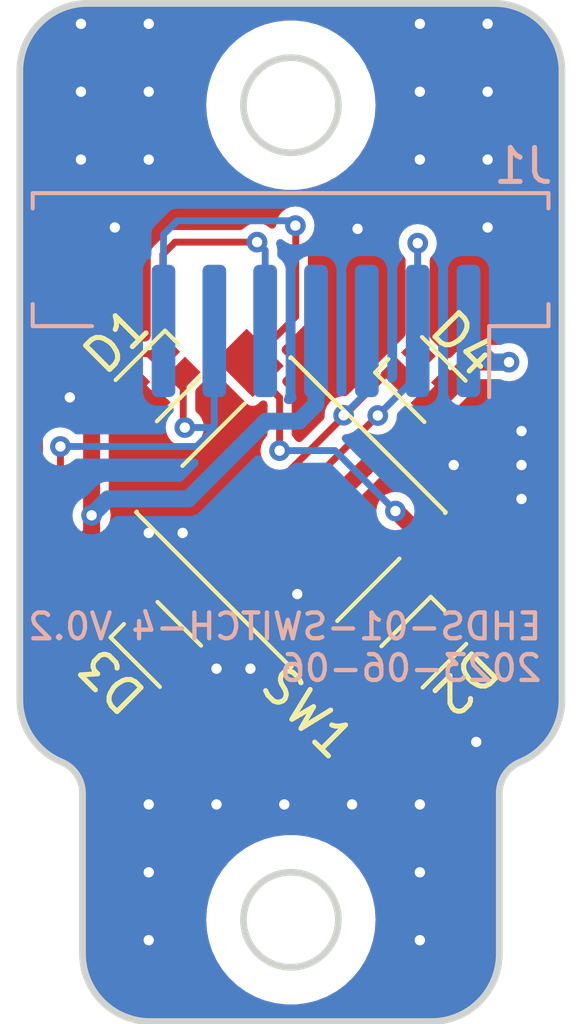
<source format=kicad_pcb>
(kicad_pcb (version 20221018) (generator pcbnew)
  (title_block (title "EHDS-01 Switch-4") (date "2024-01-18") (rev "V0.2") (company "Timye") (comment 1 "EHDS-01 Switch-4副板，V0.2，16x30x1.2mm ，FR4，2层，绿油白字，无铅喷锡"))
  (layers (0 "F.Cu" signal) (31 "B.Cu" signal) (34 "B.Paste" user) (35 "F.Paste" user) (36 "B.SilkS" user "B.Silkscreen") (37 "F.SilkS" user "F.Silkscreen") (38 "B.Mask" user) (39 "F.Mask" user) (44 "Edge.Cuts" user))
  (net 0 "")
  (net 1 "GND")
  (net 2 "/CHG_ON_LED")
  (net 3 "/CHG_DONE_LED")
  (net 4 "+3V3")
  (net 5 "/LED_BLUE")
  (net 6 "/LED_RED")
  (net 7 "/IR_OUT")
  (net 8 "VPP")
  (footprint "Ovo_LED_SMD:LED_Dual_1.6x1.5mm" (layer "F.Cu") (at 248.099 57.48 135)
    (fp_text reference "D4" (at -0.091217 1.593112 315 unlocked) (layer "F.SilkS"))
    (fp_text value "LED_Dual_Orange_Green_AKAK")
    (fp_line (start -0.91 -0.86) (end 1.15 -0.86) (stroke (width 0.12)) (layer "F.SilkS"))
    (fp_line (start -0.91 0.86) (end 0.91 0.86) (stroke (width 0.12)) (layer "F.SilkS"))
    (fp_line (start 1.15 -0.86) (end 1.15 -0.3) (stroke (width 0.12)) (layer "F.SilkS"))
    (pad "1" smd rect (at -0.625 0.425 135) (size 0.8 0.65) (layers "F.Cu" "F.Paste" "F.Mask") (net 8 "VPP"))
    (pad "2" smd rect (at 0.625 0.425 135) (size 0.8 0.65) (layers "F.Cu" "F.Paste" "F.Mask") (net 2 "/CHG_ON_LED"))
    (pad "3" smd rect (at -0.625 -0.425 135) (size 0.8 0.65) (layers "F.Cu" "F.Paste" "F.Mask") (net 8 "VPP"))
    (pad "4" smd rect (at 0.625 -0.425 135) (size 0.8 0.65) (layers "F.Cu" "F.Paste" "F.Mask") (net 3 "/CHG_DONE_LED"))
  )
  (footprint "Ovo_LED_SMD:LED_Dual_1.6x1.5mm" (layer "F.Cu") (at 240.293 65.285 135)
    (fp_text reference "D3" (at 0.209304 -1.721098 135 unlocked) (layer "F.SilkS"))
    (fp_text value "LED_Dual_Orange_Green_AKAK")
    (fp_line (start -0.91 -0.86) (end 1.15 -0.86) (stroke (width 0.12)) (layer "F.SilkS"))
    (fp_line (start -0.91 0.86) (end 0.91 0.86) (stroke (width 0.12)) (layer "F.SilkS"))
    (fp_line (start 1.15 -0.86) (end 1.15 -0.3) (stroke (width 0.12)) (layer "F.SilkS"))
    (pad "1" smd rect (at -0.625 0.425 135) (size 0.8 0.65) (layers "F.Cu" "F.Paste" "F.Mask") (net 8 "VPP"))
    (pad "2" smd rect (at 0.625 0.425 135) (size 0.8 0.65) (layers "F.Cu" "F.Paste" "F.Mask") (net 2 "/CHG_ON_LED"))
    (pad "3" smd rect (at -0.625 -0.425 135) (size 0.8 0.65) (layers "F.Cu" "F.Paste" "F.Mask") (net 8 "VPP"))
    (pad "4" smd rect (at 0.625 -0.425 135) (size 0.8 0.65) (layers "F.Cu" "F.Paste" "F.Mask") (net 3 "/CHG_DONE_LED"))
  )
  (footprint "Ovo_LED_SMD:LED_Dual_1.6x1.5mm" (layer "F.Cu") (at 240.274 57.46 45)
    (fp_text reference "D1" (at -0.077782 -1.661701 45 unlocked) (layer "F.SilkS"))
    (fp_text value "LED_Dual_Red_Blue_AKAK")
    (fp_line (start -0.91 -0.86) (end 1.15 -0.86) (stroke (width 0.12)) (layer "F.SilkS"))
    (fp_line (start -0.91 0.86) (end 0.91 0.86) (stroke (width 0.12)) (layer "F.SilkS"))
    (fp_line (start 1.15 -0.86) (end 1.15 -0.3) (stroke (width 0.12)) (layer "F.SilkS"))
    (pad "1" smd rect (at -0.625 0.425 45) (size 0.8 0.65) (layers "F.Cu" "F.Paste" "F.Mask") (net 4 "+3V3"))
    (pad "2" smd rect (at 0.625 0.425 45) (size 0.8 0.65) (layers "F.Cu" "F.Paste" "F.Mask") (net 6 "/LED_RED"))
    (pad "3" smd rect (at -0.625 -0.425 45) (size 0.8 0.65) (layers "F.Cu" "F.Paste" "F.Mask") (net 4 "+3V3"))
    (pad "4" smd rect (at 0.625 -0.425 45) (size 0.8 0.65) (layers "F.Cu" "F.Paste" "F.Mask") (net 5 "/LED_BLUE"))
  )
  (footprint "Ovo_LED_SMD:LED_Dual_1.6x1.5mm" (layer "F.Cu") (at 248.118 65.304 45)
    (fp_text reference "D2" (at 0.072125 1.639074 225 unlocked) (layer "F.SilkS"))
    (fp_text value "LED_Dual_Red_Blue_AKAK")
    (fp_line (start -0.91 -0.86) (end 1.15 -0.86) (stroke (width 0.12)) (layer "F.SilkS"))
    (fp_line (start -0.91 0.86) (end 0.91 0.86) (stroke (width 0.12)) (layer "F.SilkS"))
    (fp_line (start 1.15 -0.86) (end 1.15 -0.3) (stroke (width 0.12)) (layer "F.SilkS"))
    (pad "1" smd rect (at -0.625 0.425 45) (size 0.8 0.65) (layers "F.Cu" "F.Paste" "F.Mask") (net 4 "+3V3"))
    (pad "2" smd rect (at 0.625 0.425 45) (size 0.8 0.65) (layers "F.Cu" "F.Paste" "F.Mask") (net 6 "/LED_RED"))
    (pad "3" smd rect (at -0.625 -0.425 45) (size 0.8 0.65) (layers "F.Cu" "F.Paste" "F.Mask") (net 4 "+3V3"))
    (pad "4" smd rect (at 0.625 -0.425 45) (size 0.8 0.65) (layers "F.Cu" "F.Paste" "F.Mask") (net 5 "/LED_BLUE"))
  )
  (footprint "Button_Switch_SMD:SW_Push_1P1T_NO_6x6mm_H9.5mm" (layer "F.Cu") (at 244.1956 61.3918 135)
    (fp_text reference "SW1" (at -4.522372 -3.837327 315) (layer "F.SilkS"))
    (fp_text value "6x6x5mm")
    (fp_line (start -3.23 -3.23) (end 3.23 -3.23) (stroke (width 0.12)) (layer "F.SilkS"))
    (fp_line (start -3.23 -3.2) (end -3.23 -3.23) (stroke (width 0.12)) (layer "F.SilkS"))
    (fp_line (start -3.23 -1.3) (end -3.23 1.3) (stroke (width 0.12)) (layer "F.SilkS"))
    (fp_line (start -3.23 3.23) (end -3.23 3.2) (stroke (width 0.12)) (layer "F.SilkS"))
    (fp_line (start -3.23 3.23) (end 3.23 3.23) (stroke (width 0.12)) (layer "F.SilkS"))
    (fp_line (start 3.23 -3.23) (end 3.23 -3.2) (stroke (width 0.12)) (layer "F.SilkS"))
    (fp_line (start 3.23 -1.3) (end 3.23 1.3) (stroke (width 0.12)) (layer "F.SilkS"))
    (fp_line (start 3.23 3.23) (end 3.23 3.2) (stroke (width 0.12)) (layer "F.SilkS"))
    (pad "1" smd rect (at -3.975 -2.25 135) (size 1.55 1.3) (layers "F.Cu" "F.Paste" "F.Mask") (net 1 "GND"))
    (pad "1" smd rect (at 3.975 -2.25 135) (size 1.55 1.3) (layers "F.Cu" "F.Paste" "F.Mask") (net 1 "GND"))
    (pad "2" smd rect (at -3.975 2.25 135) (size 1.55 1.3) (layers "F.Cu" "F.Paste" "F.Mask") (net 7 "/IR_OUT"))
    (pad "2" smd rect (at 3.975 2.25 135) (size 1.55 1.3) (layers "F.Cu" "F.Paste" "F.Mask") (net 7 "/IR_OUT"))
  )
  (footprint "Ovo_Connector_JST:JST_ZH_B8B-ZR-SM4-TF_1x08-1MP_P1.50mm_Vertical" (layer "B.Cu") (at 244.1854 55.348 180)
    (fp_text reference "J1" (at -6.8666 4.16) (layer "B.SilkS") (effects (justify mirror)))
    (fp_text value "ZH1.5MM/8ASMT")
    (fp_line (start -7.61 -0.56) (end -5.86 -0.56) (stroke (width 0.12)) (layer "B.SilkS"))
    (fp_line (start -7.61 0.09) (end -7.61 -0.56) (stroke (width 0.12)) (layer "B.SilkS"))
    (fp_line (start -7.61 2.91) (end -7.61 3.36) (stroke (width 0.12)) (layer "B.SilkS"))
    (fp_line (start -7.61 3.36) (end 7.61 3.36) (stroke (width 0.12)) (layer "B.SilkS"))
    (fp_line (start -5.86 -0.56) (end -5.86 -2.65) (stroke (width 0.12)) (layer "B.SilkS"))
    (fp_line (start 7.61 -0.56) (end 5.86 -0.56) (stroke (width 0.12)) (layer "B.SilkS"))
    (fp_line (start 7.61 0.09) (end 7.61 -0.56) (stroke (width 0.12)) (layer "B.SilkS"))
    (fp_line (start 7.61 3.36) (end 7.61 2.91) (stroke (width 0.12)) (layer "B.SilkS"))
    (pad "1" smd roundrect (at -5.25 -0.7 180) (size 0.7 3.9) (layers "B.Cu" "B.Paste" "B.Mask") (net 8 "VPP"))
    (pad "2" smd roundrect (at -3.75 -0.7 180) (size 0.7 3.9) (layers "B.Cu" "B.Paste" "B.Mask") (net 2 "/CHG_ON_LED"))
    (pad "3" smd roundrect (at -2.25 -0.7 180) (size 0.7 3.9) (layers "B.Cu" "B.Paste" "B.Mask") (net 3 "/CHG_DONE_LED"))
    (pad "4" smd roundrect (at -0.75 -0.7 180) (size 0.7 3.9) (layers "B.Cu" "B.Paste" "B.Mask") (net 4 "+3V3"))
    (pad "5" smd roundrect (at 0.75 -0.7 180) (size 0.7 3.9) (layers "B.Cu" "B.Paste" "B.Mask") (net 5 "/LED_BLUE"))
    (pad "6" smd roundrect (at 2.25 -0.7 180) (size 0.7 3.9) (layers "B.Cu" "B.Paste" "B.Mask") (net 6 "/LED_RED"))
    (pad "7" smd roundrect (at 3.75 -0.7 180) (size 0.7 3.9) (layers "B.Cu" "B.Paste" "B.Mask") (net 7 "/IR_OUT"))
    (pad "8" smd roundrect (at 5.25 -0.7 180) (size 0.7 3.9) (layers "B.Cu" "B.Paste" "B.Mask") (net 1 "GND"))
    (pad "MP" smd roundrect (at -7.3 1.5 180) (size 1.5 2.3) (layers "B.Cu" "B.Paste" "B.Mask") (roundrect_rratio 0.1666673333) (net 1 "GND"))
    (pad "MP" smd roundrect (at 7.3 1.5 180) (size 1.5 2.3) (layers "B.Cu" "B.Paste" "B.Mask") (roundrect_rratio 0.1666673333) (net 1 "GND"))
  )
  (gr_arc (start 252.1946 66.9036) (mid 251.857917 68.014142) (end 250.961266 68.750821) (stroke (width 0.2)) (layer "Edge.Cuts"))
  (gr_arc (start 250.3446 74.397968) (mid 249.758814 75.812181) (end 248.3446 76.397968) (stroke (width 0.2)) (layer "Edge.Cuts"))
  (gr_line (start 236.1946 66.9036) (end 236.1946 48.397968) (stroke (width 0.2)) (layer "Edge.Cuts"))
  (gr_arc (start 240.0446 76.397968) (mid 238.630387 75.812181) (end 238.0446 74.397968) (stroke (width 0.2)) (layer "Edge.Cuts"))
  (gr_arc (start 236.1946 48.397968) (mid 236.780386 46.983754) (end 238.1946 46.397968) (stroke (width 0.2)) (layer "Edge.Cuts"))
  (gr_line (start 250.3446 74.397968) (end 250.3446 69.674431) (stroke (width 0.2)) (layer "Edge.Cuts"))
  (gr_arc (start 237.427933 68.750821) (mid 237.876264 69.119153) (end 238.0446 69.674431) (stroke (width 0.2)) (layer "Edge.Cuts"))
  (gr_line (start 238.0446 74.397968) (end 238.0446 69.674431) (stroke (width 0.2)) (layer "Edge.Cuts"))
  (gr_line (start 240.0446 76.397968) (end 248.3446 76.397968) (stroke (width 0.2)) (layer "Edge.Cuts"))
  (gr_circle (center 244.1946 73.397968) (end 245.5946 73.397968) (stroke (width 0.2)) (fill none) (layer "Edge.Cuts"))
  (gr_arc (start 250.3446 69.674431) (mid 250.512949 69.119169) (end 250.961266 68.750821) (stroke (width 0.2)) (layer "Edge.Cuts"))
  (gr_line (start 252.1946 48.397968) (end 252.1946 66.9036) (stroke (width 0.2)) (layer "Edge.Cuts"))
  (gr_arc (start 237.427933 68.750821) (mid 236.53127 68.014156) (end 236.1946 66.9036) (stroke (width 0.2)) (layer "Edge.Cuts"))
  (gr_line (start 250.1946 46.397968) (end 238.1946 46.397968) (stroke (width 0.2)) (layer "Edge.Cuts"))
  (gr_arc (start 250.1946 46.397968) (mid 251.608814 46.983754) (end 252.1946 48.397968) (stroke (width 0.2)) (layer "Edge.Cuts"))
  (gr_circle (center 244.1946 49.397968) (end 245.5946 49.397968) (stroke (width 0.2)) (fill none) (layer "Edge.Cuts"))
  (gr_text "EHDS-01-SWITCH-4 V0.2\n2023-06-06\n\n\n" (at 251.6632 66.5988) (layer "B.SilkS") (effects (font (size 0.762 0.762) (thickness 0.127)) (justify left mirror)))
  (via (at 240 62) (size 0.6096) (drill 0.3048) (layers "F.Cu" "B.Cu") (net 1))
  (via (at 250 47) (size 0.6096) (drill 0.3048) (layers "F.Cu" "B.Cu") (net 1))
  (via (at 240 72) (size 0.6096) (drill 0.3048) (layers "F.Cu" "B.Cu") (net 1))
  (via (at 240 74) (size 0.6096) (drill 0.3048) (layers "F.Cu" "B.Cu") (net 1))
  (via (at 243 66) (size 0.6096) (drill 0.3048) (layers "F.Cu" "B.Cu") (net 1))
  (via (at 244.384 63.802) (size 0.6096) (drill 0.3048) (layers "F.Cu" "B.Cu") (net 1))
  (via (at 238 49) (size 0.6096) (drill 0.3048) (layers "F.Cu" "B.Cu") (net 1))
  (via (at 246 70) (size 0.6096) (drill 0.3048) (layers "F.Cu" "B.Cu") (net 1))
  (via (at 246.163 53.041) (size 0.6096) (drill 0.3048) (layers "F.Cu" "B.Cu") (net 1))
  (via (at 242 66) (size 0.6096) (drill 0.3048) (layers "F.Cu" "B.Cu") (net 1))
  (via (at 237.671 58.007) (size 0.6096) (drill 0.3048) (layers "F.Cu" "B.Cu") (net 1))
  (via (at 249 60) (size 0.6096) (drill 0.3048) (layers "F.Cu" "B.Cu") (net 1))
  (via (at 250 53) (size 0.6096) (drill 0.3048) (layers "F.Cu" "B.Cu") (net 1))
  (via (at 240 49) (size 0.6096) (drill 0.3048) (layers "F.Cu" "B.Cu") (net 1))
  (via (at 250 49) (size 0.6096) (drill 0.3048) (layers "F.Cu" "B.Cu") (net 1))
  (via (at 240 70) (size 0.6096) (drill 0.3048) (layers "F.Cu" "B.Cu") (net 1))
  (via (at 248 74) (size 0.6096) (drill 0.3048) (layers "F.Cu" "B.Cu") (net 1))
  (via (at 240 47) (size 0.6096) (drill 0.3048) (layers "F.Cu" "B.Cu") (net 1))
  (via (at 242 70) (size 0.6096) (drill 0.3048) (layers "F.Cu" "B.Cu") (net 1))
  (via (at 249.665 68.158) (size 0.6096) (drill 0.3048) (layers "F.Cu" "B.Cu") (net 1))
  (via (at 251 59) (size 0.6096) (drill 0.3048) (layers "F.Cu" "B.Cu") (net 1))
  (via (at 240 51) (size 0.6096) (drill 0.3048) (layers "F.Cu" "B.Cu") (net 1))
  (via (at 251 61) (size 0.6096) (drill 0.3048) (layers "F.Cu" "B.Cu") (net 1))
  (via (at 238 51) (size 0.6096) (drill 0.3048) (layers "F.Cu" "B.Cu") (net 1))
  (via (at 250 51) (size 0.6096) (drill 0.3048) (layers "F.Cu" "B.Cu") (net 1))
  (via (at 238 47) (size 0.6096) (drill 0.3048) (layers "F.Cu" "B.Cu") (net 1))
  (via (at 248 70) (size 0.6096) (drill 0.3048) (layers "F.Cu" "B.Cu") (net 1))
  (via (at 248 51) (size 0.6096) (drill 0.3048) (layers "F.Cu" "B.Cu") (net 1))
  (via (at 251 60) (size 0.6096) (drill 0.3048) (layers "F.Cu" "B.Cu") (net 1))
  (via (at 241 62) (size 0.6096) (drill 0.3048) (layers "F.Cu" "B.Cu") (net 1))
  (via (at 239 53) (size 0.6096) (drill 0.3048) (layers "F.Cu" "B.Cu") (net 1))
  (via (at 248 72) (size 0.6096) (drill 0.3048) (layers "F.Cu" "B.Cu") (net 1))
  (via (at 248 49) (size 0.6096) (drill 0.3048) (layers "F.Cu" "B.Cu") (net 1))
  (via (at 244 70) (size 0.6096) (drill 0.3048) (layers "F.Cu" "B.Cu") (net 1))
  (via (at 248 47) (size 0.6096) (drill 0.3048) (layers "F.Cu" "B.Cu") (net 1))
  (segment (start 240.757462 64.542538) (end 246.759 58.541) (width 0.2032) (layer "F.Cu") (net 2))
  (segment (start 247.934 56.735117) (end 247.934 53.444) (width 0.2032) (layer "F.Cu") (net 2))
  (segment (start 240.151579 64.542538) (end 240.757462 64.542538) (width 0.2032) (layer "F.Cu") (net 2))
  (via (at 246.759 58.541) (size 0.6096) (drill 0.3048) (layers "F.Cu" "B.Cu") (net 2))
  (via (at 247.937 53.463) (size 0.6096) (drill 0.3048) (layers "F.Cu" "B.Cu") (net 2))
  (segment (start 247.9354 56.048) (end 247.9354 57.3646) (width 0.2032) (layer "B.Cu") (net 2))
  (segment (start 247.9354 56.048) (end 247.9354 53.4646) (width 0.2032) (layer "B.Cu") (net 2))
  (segment (start 247.9354 57.3646) (end 246.759 58.541) (width 0.2032) (layer "B.Cu") (net 2))
  (segment (start 239.006 64) (end 240.006 63) (width 0.2032) (layer "F.Cu") (net 3))
  (segment (start 240.006 63) (end 241.319 63) (width 0.2032) (layer "F.Cu") (net 3))
  (segment (start 245.823 58.487) (end 246.971421 57.338579) (width 0.2032) (layer "F.Cu") (net 3))
  (segment (start 239.550538 65.143579) (end 239.445579 65.143579) (width 0.2032) (layer "F.Cu") (net 3))
  (segment (start 239.006 64.704) (end 239.006 64) (width 0.2032) (layer "F.Cu") (net 3))
  (segment (start 239.445579 65.143579) (end 239.006 64.704) (width 0.2032) (layer "F.Cu") (net 3))
  (segment (start 241.319 63) (end 245.697 58.622) (width 0.2032) (layer "F.Cu") (net 3))
  (via (at 245.751 58.534) (size 0.6096) (drill 0.3048) (layers "F.Cu" "B.Cu") (net 3))
  (segment (start 245.751 58.534) (end 246.4354 57.8496) (width 0.2032) (layer "B.Cu") (net 3))
  (segment (start 246.4354 57.8496) (end 246.4354 56.048) (width 0.2032) (layer "B.Cu") (net 3))
  (segment (start 237.983 66.305) (end 239.261 67.583) (width 0.5) (layer "F.Cu") (net 4))
  (segment (start 247.375538 65.445421) (end 247.976579 66.046462) (width 0.5) (layer "F.Cu") (net 4))
  (segment (start 238.314 61.482) (end 238.314 62.018) (width 0.5) (layer "F.Cu") (net 4))
  (segment (start 238.314 61.48) (end 238.313 61.481) (width 0.5) (layer "F.Cu") (net 4))
  (segment (start 238.313 61.481) (end 238.314 61.482) (width 0.5) (layer "F.Cu") (net 4))
  (segment (start 237.983 62.349) (end 237.983 66.305) (width 0.5) (layer "F.Cu") (net 4))
  (segment (start 239.531538 57.601421) (end 240.132579 58.202462) (width 0.5) (layer "F.Cu") (net 4))
  (segment (start 246.441 67.583) (end 247.976579 66.047421) (width 0.5) (layer "F.Cu") (net 4))
  (segment (start 239.531538 57.601421) (end 238.314 58.818959) (width 0.5) (layer "F.Cu") (net 4))
  (segment (start 239.261 67.583) (end 246.441 67.583) (width 0.5) (layer "F.Cu") (net 4))
  (segment (start 238.314 58.818959) (end 238.314 61.48) (width 0.5) (layer "F.Cu") (net 4))
  (segment (start 238.314 62.018) (end 237.983 62.349) (width 0.5) (layer "F.Cu") (net 4))
  (via (at 238.313 61.481) (size 0.6096) (drill 0.3048) (layers "F.Cu" "B.Cu") (net 4))
  (segment (start 244.9354 56.048) (end 244.9354 58.208626) (width 0.5) (layer "B.Cu") (net 4))
  (segment (start 244.436026 58.708) (end 243.463 58.708) (width 0.5) (layer "B.Cu") (net 4))
  (segment (start 238.796 60.998) (end 238.313 61.481) (width 0.5) (layer "B.Cu") (net 4))
  (segment (start 241.173 60.998) (end 238.796 60.998) (width 0.5) (layer "B.Cu") (net 4))
  (segment (start 243.463 58.708) (end 241.173 60.998) (width 0.5) (layer "B.Cu") (net 4))
  (segment (start 244.9354 58.208626) (end 244.436026 58.708) (width 0.5) (layer "B.Cu") (net 4))
  (segment (start 248.811959 64.009) (end 249.187 64.009) (width 0.2032) (layer "F.Cu") (net 5))
  (segment (start 247.218 68.664) (end 238.711 68.664) (width 0.2032) (layer "F.Cu") (net 5))
  (segment (start 243.196 53.432) (end 240.778 53.432) (width 0.2032) (layer "F.Cu") (net 5))
  (segment (start 237.763462 56.717538) (end 240.415421 56.717538) (width 0.2032) (layer "F.Cu") (net 5))
  (segment (start 248.259421 64.561538) (end 248.811959 64.009) (width 0.2032) (layer "F.Cu") (net 5))
  (segment (start 236.773 66.726) (end 236.773 57.708) (width 0.2032) (layer "F.Cu") (net 5))
  (segment (start 250.071 65.811) (end 247.218 68.664) (width 0.2032) (layer "F.Cu") (net 5))
  (segment (start 249.187 64.009) (end 250.071 64.893) (width 0.2032) (layer "F.Cu") (net 5))
  (segment (start 236.773 57.708) (end 237.763462 56.717538) (width 0.2032) (layer "F.Cu") (net 5))
  (segment (start 240.415421 53.794579) (end 240.415421 56.717538) (width 0.2032) (layer "F.Cu") (net 5))
  (segment (start 238.711 68.664) (end 236.773 66.726) (width 0.2032) (layer "F.Cu") (net 5))
  (segment (start 240.778 53.432) (end 240.415421 53.794579) (width 0.2032) (layer "F.Cu") (net 5))
  (segment (start 250.071 64.893) (end 250.071 65.811) (width 0.2032) (layer "F.Cu") (net 5))
  (via (at 243.196 53.432) (size 0.6096) (drill 0.3048) (layers "F.Cu" "B.Cu") (net 5))
  (segment (start 243.4354 53.6714) (end 243.196 53.432) (width 0.2032) (layer "B.Cu") (net 5))
  (segment (start 243.4354 56.048) (end 243.4354 53.6714) (width 0.2032) (layer "B.Cu") (net 5))
  (segment (start 248.860462 65.162579) (end 248.889579 65.162579) (width 0.2032) (layer "F.Cu") (net 6))
  (segment (start 237.413 66.744) (end 237.393 59.453) (width 0.2032) (layer "F.Cu") (net 6))
  (segment (start 248.889579 65.162579) (end 249.357 65.63) (width 0.2032) (layer "F.Cu") (net 6))
  (segment (start 249.357 65.63) (end 246.758 68.229) (width 0.2032) (layer "F.Cu") (net 6))
  (segment (start 238.905 68.236) (end 237.413 66.744) (width 0.2032) (layer "F.Cu") (net 6))
  (segment (start 243.701 68.229) (end 243.694 68.236) (width 0.2032) (layer "F.Cu") (net 6))
  (segment (start 243.694 68.236) (end 238.905 68.236) (width 0.2032) (layer "F.Cu") (net 6))
  (segment (start 246.758 68.229) (end 243.701 68.229) (width 0.2032) (layer "F.Cu") (net 6))
  (segment (start 241.016462 57.318579) (end 241.016462 58.847462) (width 0.2032) (layer "F.Cu") (net 6))
  (via (at 237.393 59.453) (size 0.6096) (drill 0.3048) (layers "F.Cu" "B.Cu") (net 6))
  (via (at 241.064 58.895) (size 0.6096) (drill 0.3048) (layers "F.Cu" "B.Cu") (net 6))
  (segment (start 241.164 58.895) (end 241.9028 58.895) (width 0.2032) (layer "B.Cu") (net 6))
  (segment (start 241.9354 58.9276) (end 241.9354 56.048) (width 0.2032) (layer "B.Cu") (net 6))
  (segment (start 237.393 59.453) (end 241.41 59.453) (width 0.2032) (layer "B.Cu") (net 6))
  (segment (start 241.41 59.453) (end 241.9354 58.9276) (width 0.2032) (layer "B.Cu") (net 6))
  (segment (start 247.279 61.355) (end 247.279 61.335) (width 0.5) (layer "F.Cu") (net 7))
  (segment (start 247.299 61.355) (end 247.279 61.355) (width 0.5) (layer "F.Cu") (net 7))
  (segment (start 242.975841 56.99006) (end 244.338 55.627901) (width 0.2032) (layer "F.Cu") (net 7))
  (segment (start 244.338 55.627901) (end 244.338 52.956) (width 0.2032) (layer "F.Cu") (net 7))
  (segment (start 248.555559 62.611559) (end 247.299 61.355) (width 0.5) (layer "F.Cu") (net 7))
  (segment (start 247.279 61.335) (end 247.284 61.34) (width 0.5) (layer "F.Cu") (net 7))
  (segment (start 243.861 58.014) (end 242.975841 57.128841) (width 0.2032) (layer "F.Cu") (net 7))
  (segment (start 242.975841 57.128841) (end 242.975841 56.99006) (width 0.2032) (layer "F.Cu") (net 7))
  (segment (start 248.59734 62.611559) (end 248.555559 62.611559) (width 0.5) (layer "F.Cu") (net 7))
  (segment (start 243.861 59.575) (end 243.861 58.014) (width 0.2032) (layer "F.Cu") (net 7))
  (via (at 247.279 61.355) (size 0.6096) (drill 0.3048) (layers "F.Cu" "B.Cu") (net 7))
  (via (at 244.327 52.945) (size 0.6096) (drill 0.3048) (layers "F.Cu" "B.Cu") (net 7))
  (via (at 243.861 59.575) (size 0.6096) (drill 0.3048) (layers "F.Cu" "B.Cu") (net 7))
  (segment (start 245.499 59.575) (end 247.279 61.355) (width 0.2032) (layer "B.Cu") (net 7))
  (segment (start 240.4354 56.048) (end 240.4354 53.2066) (width 0.2032) (layer "B.Cu") (net 7))
  (segment (start 240.4354 53.2066) (end 240.838 52.804) (width 0.2032) (layer "B.Cu") (net 7))
  (segment (start 240.838 52.804) (end 244.209 52.804) (width 0.2032) (layer "B.Cu") (net 7))
  (segment (start 243.861 59.575) (end 245.499 59.575) (width 0.2032) (layer "B.Cu") (net 7))
  (segment (start 248.841462 57.621421) (end 248.240421 58.222462) (width 0.2032) (layer "F.Cu") (net 8))
  (segment (start 246.288 60.174884) (end 247.458942 59.003942) (width 0.5) (layer "F.Cu") (net 8))
  (segment (start 246.286999 60.174884) (end 246.288 60.174884) (width 0.5) (layer "F.Cu") (net 8))
  (segment (start 247.458942 59.003942) (end 249.497884 56.965) (width 0.5) (layer "F.Cu") (net 8))
  (segment (start 249.497884 56.965) (end 250.628 56.965) (width 0.5) (layer "F.Cu") (net 8))
  (segment (start 240.434421 66.027462) (end 246.286999 60.174884) (width 0.5) (layer "F.Cu") (net 8))
  (segment (start 247.458942 59.003942) (end 248.841462 57.621421) (width 0.5) (layer "F.Cu") (net 8))
  (via (at 250.632 56.969) (size 0.6096) (drill 0.3048) (layers "F.Cu" "B.Cu") (net 8))
  (segment (start 250.102 56.973) (end 250.655 56.973) (width 0.5) (layer "B.Cu") (net 8))
  (segment (start 249.4354 56.048) (end 249.4354 56.3064) (width 0.5) (layer "B.Cu") (net 8))
  (segment (start 249.4354 56.3064) (end 250.102 56.973) (width 0.5) (layer "B.Cu") (net 8))
  (zone (net 0) (net_name "") (layers "F&B.Cu") (connect_pads (clearance 0)) (min_thickness 0.25)
    (keepout (tracks not_allowed) (vias not_allowed) (pads not_allowed) (copperpour not_allowed) (footprints not_allowed))
    (fill (thermal_gap 0.5) (thermal_bridge_width 0.5))
    (polygon (pts (xy 246.6946 49.397968) (xy 246.674887 49.084635) (xy 246.616058 48.776243) (xy 246.519041 48.477657) (xy 246.385367 48.193584) (xy 246.217142 47.928505) (xy 246.017022 47.6866) (xy 245.78816 47.471685) (xy 245.534167 47.287148) (xy 245.259048 47.1359) (xy 244.967142 47.020327) (xy 244.663053 46.94225) (xy 244.351576 46.902901) (xy 244.037624 46.902901) (xy 243.726147 46.94225) (xy 243.422058 47.020327) (xy 243.130152 47.1359) (xy 242.855033 47.287148) (xy 242.60104 47.471685) (xy 242.372178 47.6866) (xy 242.172058 47.928505) (xy 242.003833 48.193584) (xy 241.870159 48.477657) (xy 241.773142 48.776243) (xy 241.714313 49.084635) (xy 241.6946 49.397968) (xy 241.714313 49.711301) (xy 241.773142 50.019693) (xy 241.870159 50.318279) (xy 242.003833 50.602352) (xy 242.172058 50.867431) (xy 242.372178 51.109336) (xy 242.60104 51.324251) (xy 242.855033 51.508788) (xy 243.130152 51.660036) (xy 243.422058 51.775609) (xy 243.726147 51.853686) (xy 244.037624 51.893035) (xy 244.351576 51.893035) (xy 244.663053 51.853686) (xy 244.967142 51.775609) (xy 245.259048 51.660036) (xy 245.534167 51.508788) (xy 245.78816 51.324251) (xy 246.017022 51.109336) (xy 246.217142 50.867431) (xy 246.385367 50.602352) (xy 246.519041 50.318279) (xy 246.616058 50.019693) (xy 246.674887 49.711301)))
  )
  (zone (net 0) (net_name "") (layers "F&B.Cu") (connect_pads (clearance 0)) (min_thickness 0.25)
    (keepout (tracks not_allowed) (vias not_allowed) (pads not_allowed) (copperpour not_allowed) (footprints not_allowed))
    (fill (thermal_gap 0.5) (thermal_bridge_width 0.5))
    (polygon (pts (xy 246.6946 73.397968) (xy 246.674887 73.084635) (xy 246.616058 72.776243) (xy 246.519041 72.477657) (xy 246.385367 72.193584) (xy 246.217142 71.928505) (xy 246.017022 71.6866) (xy 245.78816 71.471685) (xy 245.534167 71.287148) (xy 245.259048 71.1359) (xy 244.967142 71.020327) (xy 244.663053 70.94225) (xy 244.351576 70.902901) (xy 244.037624 70.902901) (xy 243.726147 70.94225) (xy 243.422058 71.020327) (xy 243.130152 71.1359) (xy 242.855033 71.287148) (xy 242.60104 71.471685) (xy 242.372178 71.6866) (xy 242.172058 71.928505) (xy 242.003833 72.193584) (xy 241.870159 72.477657) (xy 241.773142 72.776243) (xy 241.714313 73.084635) (xy 241.6946 73.397968) (xy 241.714313 73.711301) (xy 241.773142 74.019693) (xy 241.870159 74.318279) (xy 242.003833 74.602352) (xy 242.172058 74.867431) (xy 242.372178 75.109336) (xy 242.60104 75.324251) (xy 242.855033 75.508788) (xy 243.130152 75.660036) (xy 243.422058 75.775609) (xy 243.726147 75.853686) (xy 244.037624 75.893035) (xy 244.351576 75.893035) (xy 244.663053 75.853686) (xy 244.967142 75.775609) (xy 245.259048 75.660036) (xy 245.534167 75.508788) (xy 245.78816 75.324251) (xy 246.017022 75.109336) (xy 246.217142 74.867431) (xy 246.385367 74.602352) (xy 246.519041 74.318279) (xy 246.616058 74.019693) (xy 246.674887 73.711301)))
  )
  (zone (net 1) (net_name "GND") (layers "F&B.Cu") (connect_pads yes (clearance 0.254)) (min_thickness 0.25) (fill yes (thermal_gap 0.5) (thermal_bridge_width 0.5))
    (polygon (pts (xy 236.1946 46.3804) (xy 252.1966 46.4058) (xy 252.1966 76.4032) (xy 236.1692 76.3778)))
  )
)
</source>
